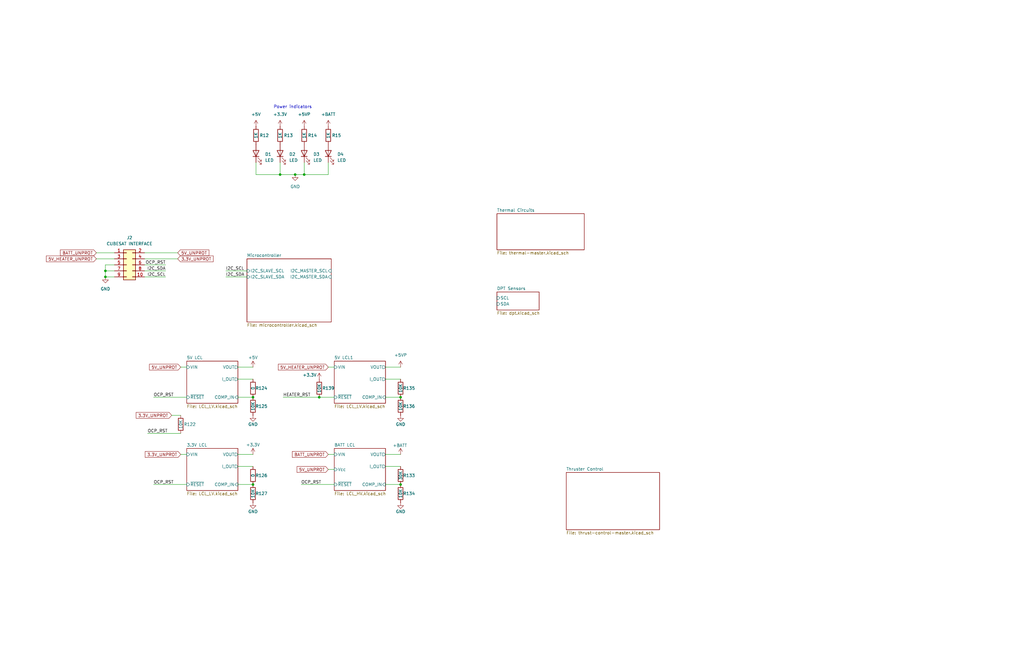
<source format=kicad_sch>
(kicad_sch (version 20231120) (generator "eeschema") (generator_version "8.0")
  (paper "USLedger")
  (lib_symbols
    (symbol "Connector_Generic:Conn_02x05_Odd_Even" (pin_names (offset 1.016) hide)
      (property "Reference" "J" (at 1.27 7.62 0))
      (property "Value" "Conn_02x05_Odd_Even" (at 1.27 -7.62 0))
      (symbol "Conn_02x05_Odd_Even_1_1"
        (rectangle (start -1.27 -4.953) (end 0 -5.207) (stroke (width 0.1524)))
        (rectangle (start -1.27 -2.413) (end 0 -2.667) (stroke (width 0.1524)))
        (rectangle (start -1.27 0.127) (end 0 -0.127) (stroke (width 0.1524)))
        (rectangle (start -1.27 2.667) (end 0 2.413) (stroke (width 0.1524)))
        (rectangle (start -1.27 5.207) (end 0 4.953) (stroke (width 0.1524)))
        (rectangle (start -1.27 6.35) (end 3.81 -6.35) (stroke (width 0.254)) (fill (type background)))
        (rectangle (start 3.81 -4.953) (end 2.54 -5.207) (stroke (width 0.1524)))
        (rectangle (start 3.81 -2.413) (end 2.54 -2.667) (stroke (width 0.1524)))
        (rectangle (start 3.81 0.127) (end 2.54 -0.127) (stroke (width 0.1524)))
        (rectangle (start 3.81 2.667) (end 2.54 2.413) (stroke (width 0.1524)))
        (rectangle (start 3.81 5.207) (end 2.54 4.953) (stroke (width 0.1524)))
        (pin passive line (at -5.08 5.08 0) (length 3.81) (name "Pin_1") (number "1"))
        (pin passive line (at 7.62 -5.08 180) (length 3.81) (name "Pin_10") (number "10"))
        (pin passive line (at 7.62 5.08 180) (length 3.81) (name "Pin_2") (number "2"))
        (pin passive line (at -5.08 2.54 0) (length 3.81) (name "Pin_3") (number "3"))
        (pin passive line (at 7.62 2.54 180) (length 3.81) (name "Pin_4") (number "4"))
        (pin passive line (at -5.08 0 0) (length 3.81) (name "Pin_5") (number "5"))
        (pin passive line (at 7.62 0 180) (length 3.81) (name "Pin_6") (number "6"))
        (pin passive line (at -5.08 -2.54 0) (length 3.81) (name "Pin_7") (number "7"))
        (pin passive line (at 7.62 -2.54 180) (length 3.81) (name "Pin_8") (number "8"))
        (pin passive line (at -5.08 -5.08 0) (length 3.81) (name "Pin_9") (number "9"))
      )
    )
    (symbol "Device:LED" (pin_numbers hide) (pin_names (offset 1.016) hide)
      (property "Reference" "D" (at 0 2.54 0))
      (property "Value" "LED" (at 0 -2.54 0))
      (symbol "LED_0_1"
        (polyline (pts (xy -1.27 -1.27) (xy -1.27 1.27)) (stroke (width 0.254)))
        (polyline (pts (xy -1.27 0) (xy 1.27 0)))
        (polyline (pts (xy 1.27 -1.27) (xy 1.27 1.27) (xy -1.27 0) (xy 1.27 -1.27)) (stroke (width 0.254)))
        (polyline (pts (xy -3.048 -0.762) (xy -4.572 -2.286) (xy -3.81 -2.286) (xy -4.572 -2.286) (xy -4.572 -1.524)))
        (polyline (pts (xy -1.778 -0.762) (xy -3.302 -2.286) (xy -2.54 -2.286) (xy -3.302 -2.286) (xy -3.302 -1.524)))
      )
      (symbol "LED_1_1"
        (pin passive line (at -3.81 0 0) (length 2.54) (name "K") (number "1"))
        (pin passive line (at 3.81 0 180) (length 2.54) (name "A") (number "2"))
      )
    )
    (symbol "Device:R" (pin_numbers hide) (pin_names (offset 0))
      (property "Reference" "R" (at 2.032 0 90))
      (property "Value" "R" (at 0 0 90))
      (symbol "R_0_1"
        (rectangle (start -1.016 -2.54) (end 1.016 2.54) (stroke (width 0.254)))
      )
      (symbol "R_1_1"
        (pin passive line (at 0 3.81 270) (length 1.27) (name "~") (number "1"))
        (pin passive line (at 0 -3.81 90) (length 1.27) (name "~") (number "2"))
      )
    )
    (symbol "power:+3.3V" (power) (pin_numbers hide) (pin_names (offset 0) hide)
      (property "Value" "+3.3V" (at 0 3.556 0))
      (symbol "+3.3V_0_1"
        (polyline (pts (xy -0.762 1.27) (xy 0 2.54)))
        (polyline (pts (xy 0 0) (xy 0 2.54)))
        (polyline (pts (xy 0 2.54) (xy 0.762 1.27)))
      )
      (symbol "+3.3V_1_1"
        (pin power_in line (at 0 0 90) (length 0) (name "~") (number "1"))
      )
    )
    (symbol "power:+5V" (power) (pin_numbers hide) (pin_names (offset 0) hide)
      (property "Value" "+5V" (at 0 3.556 0))
      (symbol "+5V_0_1"
        (polyline (pts (xy -0.762 1.27) (xy 0 2.54)))
        (polyline (pts (xy 0 0) (xy 0 2.54)))
        (polyline (pts (xy 0 2.54) (xy 0.762 1.27)))
      )
      (symbol "+5V_1_1"
        (pin power_in line (at 0 0 90) (length 0) (name "~") (number "1"))
      )
    )
    (symbol "power:+5VP" (power) (pin_numbers hide) (pin_names (offset 0) hide)
      (property "Value" "+5VP" (at 0 3.556 0))
      (symbol "+5VP_0_1"
        (polyline (pts (xy -0.762 1.27) (xy 0 2.54)))
        (polyline (pts (xy 0 0) (xy 0 2.54)))
        (polyline (pts (xy 0 2.54) (xy 0.762 1.27)))
      )
      (symbol "+5VP_1_1"
        (pin power_in line (at 0 0 90) (length 0) (name "~") (number "1"))
      )
    )
    (symbol "power:+BATT" (power) (pin_numbers hide) (pin_names (offset 0) hide)
      (property "Value" "+BATT" (at 0 3.556 0))
      (symbol "+BATT_0_1"
        (polyline (pts (xy -0.762 1.27) (xy 0 2.54)))
        (polyline (pts (xy 0 0) (xy 0 2.54)))
        (polyline (pts (xy 0 2.54) (xy 0.762 1.27)))
      )
      (symbol "+BATT_1_1"
        (pin power_in line (at 0 0 90) (length 0) (name "~") (number "1"))
      )
    )
    (symbol "power:GND" (power) (pin_numbers hide) (pin_names (offset 0) hide)
      (property "Value" "GND" (at 0 -3.81 0))
      (symbol "GND_0_1"
        (polyline (pts (xy 0 0) (xy 0 -1.27) (xy 1.27 -1.27) (xy 0 -2.54) (xy -1.27 -1.27) (xy 0 -1.27)))
      )
      (symbol "GND_1_1"
        (pin power_in line (at 0 0 270) (length 0) (name "~") (number "1"))
      )
    )
  )
  (junction (at 106.68 204.47))
  (junction (at 124.46 73.66))
  (junction (at 134.62 167.64))
  (junction (at 128.27 73.66))
  (junction (at 168.91 204.47))
  (junction (at 106.68 167.64))
  (junction (at 44.45 114.3))
  (junction (at 168.91 167.64))
  (junction (at 44.45 116.84))
  (junction (at 118.11 73.66))
  (wire (pts (xy 44.45 114.3) (xy 48.26 114.3)))
  (wire (pts (xy 119.38 167.64) (xy 134.62 167.64)))
  (wire (pts (xy 162.56 204.47) (xy 168.91 204.47)))
  (wire (pts (xy 134.62 167.64) (xy 140.97 167.64)))
  (wire (pts (xy 62.23 182.88) (xy 76.2 182.88)))
  (wire (pts (xy 64.77 204.47) (xy 78.74 204.47)))
  (wire (pts (xy 40.64 109.22) (xy 48.26 109.22)))
  (wire (pts (xy 127 204.47) (xy 140.97 204.47)))
  (wire (pts (xy 162.56 154.94) (xy 168.91 154.94)))
  (wire (pts (xy 138.43 198.12) (xy 140.97 198.12)))
  (wire (pts (xy 100.33 204.47) (xy 106.68 204.47)))
  (wire (pts (xy 100.33 191.77) (xy 106.68 191.77)))
  (wire (pts (xy 60.96 116.84) (xy 69.85 116.84)))
  (wire (pts (xy 128.27 73.66) (xy 138.43 73.66)))
  (wire (pts (xy 162.56 191.77) (xy 168.91 191.77)))
  (wire (pts (xy 100.33 167.64) (xy 106.68 167.64)))
  (wire (pts (xy 72.39 175.26) (xy 76.2 175.26)))
  (wire (pts (xy 60.96 111.76) (xy 69.85 111.76)))
  (wire (pts (xy 60.96 109.22) (xy 74.93 109.22)))
  (wire (pts (xy 107.95 73.66) (xy 107.95 68.58)))
  (wire (pts (xy 162.56 167.64) (xy 168.91 167.64)))
  (wire (pts (xy 48.26 111.76) (xy 44.45 111.76)))
  (wire (pts (xy 118.11 73.66) (xy 124.46 73.66)))
  (wire (pts (xy 124.46 73.66) (xy 128.27 73.66)))
  (wire (pts (xy 104.14 114.3) (xy 95.25 114.3)))
  (wire (pts (xy 44.45 111.76) (xy 44.45 114.3)))
  (wire (pts (xy 104.14 116.84) (xy 95.25 116.84)))
  (wire (pts (xy 138.43 73.66) (xy 138.43 68.58)))
  (wire (pts (xy 40.64 106.68) (xy 48.26 106.68)))
  (wire (pts (xy 138.43 191.77) (xy 140.97 191.77)))
  (wire (pts (xy 44.45 114.3) (xy 44.45 116.84)))
  (wire (pts (xy 138.43 154.94) (xy 140.97 154.94)))
  (wire (pts (xy 60.96 106.68) (xy 74.93 106.68)))
  (wire (pts (xy 64.77 167.64) (xy 78.74 167.64)))
  (wire (pts (xy 100.33 196.85) (xy 106.68 196.85)))
  (wire (pts (xy 162.56 196.85) (xy 168.91 196.85)))
  (wire (pts (xy 76.2 191.77) (xy 78.74 191.77)))
  (wire (pts (xy 76.2 154.94) (xy 78.74 154.94)))
  (wire (pts (xy 107.95 73.66) (xy 118.11 73.66)))
  (wire (pts (xy 162.56 160.02) (xy 168.91 160.02)))
  (wire (pts (xy 100.33 160.02) (xy 106.68 160.02)))
  (wire (pts (xy 100.33 154.94) (xy 106.68 154.94)))
  (wire (pts (xy 44.45 116.84) (xy 48.26 116.84)))
  (wire (pts (xy 60.96 114.3) (xy 69.85 114.3)))
  (wire (pts (xy 128.27 73.66) (xy 128.27 68.58)))
  (wire (pts (xy 118.11 73.66) (xy 118.11 68.58)))
  (text "Power indicators" (at 123.444 45.212 0) (effects (font (size 1.27 1.27))))
  (label "I2C_SCL" (at 69.85 116.84 180))
  (label "HEATER_RST" (at 119.38 167.64 0))
  (label "I2C_SCL" (at 95.25 114.3 0))
  (label "I2C_SDA" (at 69.85 114.3 180))
  (label "I2C_SDA" (at 95.25 116.84 0))
  (label "OCP_RST" (at 69.85 111.76 180))
  (label "OCP_RST" (at 64.77 167.64 0))
  (label "OCP_RST" (at 127 204.47 0))
  (label "OCP_RST" (at 62.23 182.88 0))
  (label "OCP_RST" (at 64.77 204.47 0))
  (global_label "BATT_UNPROT" (shape input) (at 40.64 106.68 180) (property "Intersheetrefs" "${INTERSHEET_REFS}" (effects (hide yes))))
  (global_label "5V_UNPROT" (shape input) (at 74.93 106.68 0) (property "Intersheetrefs" "${INTERSHEET_REFS}" (effects (hide yes))))
  (global_label "5V_HEATER_UNPROT" (shape input) (at 40.64 109.22 180) (property "Intersheetrefs" "${INTERSHEET_REFS}" (effects (hide yes))))
  (global_label "5V_UNPROT" (shape input) (at 76.2 154.94 180) (property "Intersheetrefs" "${INTERSHEET_REFS}" (effects (hide yes))))
  (global_label "BATT_UNPROT" (shape input) (at 138.43 191.77 180) (property "Intersheetrefs" "${INTERSHEET_REFS}" (effects (hide yes))))
  (global_label "3.3V_UNPROT" (shape input) (at 76.2 191.77 180) (property "Intersheetrefs" "${INTERSHEET_REFS}" (effects (hide yes))))
  (global_label "3.3V_UNPROT" (shape input) (at 72.39 175.26 180) (property "Intersheetrefs" "${INTERSHEET_REFS}" (effects (hide yes))))
  (global_label "3.3V_UNPROT" (shape input) (at 74.93 109.22 0) (property "Intersheetrefs" "${INTERSHEET_REFS}" (effects (hide yes))))
  (global_label "5V_UNPROT" (shape input) (at 138.43 198.12 180) (property "Intersheetrefs" "${INTERSHEET_REFS}" (effects (hide yes))))
  (global_label "5V_HEATER_UNPROT" (shape input) (at 138.43 154.94 180) (property "Intersheetrefs" "${INTERSHEET_REFS}" (effects (hide yes))))
  (symbol (lib_id "Device:R") (at 106.68 200.66 0) (unit 1)
    (property "Reference" "R126" (at 107.696 200.66 0) (effects (justify left)))
    (property "Value" "0" (at 106.68 200.66 90))
    (property "Description" "Resistor" (effects (hide yes)))
  )
  (symbol (lib_id "Device:R") (at 76.2 179.07 0) (unit 1)
    (property "Reference" "R122" (at 77.47 179.07 0) (effects (justify left)))
    (property "Value" "10K" (at 76.2 179.07 90))
    (property "Description" "Resistor" (effects (hide yes)))
  )
  (symbol (lib_id "power:GND") (at 44.45 116.84 0) (unit 1)
    (property "Reference" "#PWR0191" (effects (hide yes)))
    (property "Value" "GND" (at 44.45 121.92 0))
    (property "Description" "Power symbol creates a global label with name \"GND\" , ground" (effects (hide yes)))
  )
  (symbol (lib_id "Device:R") (at 168.91 171.45 0) (unit 1)
    (property "Reference" "R136" (at 169.926 171.45 0) (effects (justify left)))
    (property "Value" "10K" (at 168.91 171.45 90))
    (property "Description" "Resistor" (effects (hide yes)))
  )
  (symbol (lib_id "power:+BATT") (at 138.43 53.34 0) (unit 1)
    (property "Reference" "#PWR033" (effects (hide yes)))
    (property "Value" "+BATT" (at 138.43 48.26 0))
    (property "Description" "Power symbol creates a global label with name \"+BATT\"" (effects (hide yes)))
  )
  (symbol (lib_id "power:+5V") (at 107.95 53.34 0) (unit 1)
    (property "Reference" "#PWR030" (effects (hide yes)))
    (property "Value" "+5V" (at 107.95 48.26 0))
    (property "Description" "Power symbol creates a global label with name \"+5V\"" (effects (hide yes)))
  )
  (symbol (lib_id "power:GND") (at 168.91 212.09 0) (unit 1)
    (property "Reference" "#PWR0196" (effects (hide yes)))
    (property "Value" "GND" (at 168.91 215.9 0))
    (property "Description" "Power symbol creates a global label with name \"GND\" , ground" (effects (hide yes)))
  )
  (symbol (lib_id "power:+3.3V") (at 118.11 53.34 0) (unit 1)
    (property "Reference" "#PWR031" (effects (hide yes)))
    (property "Value" "+3.3V" (at 118.11 48.26 0))
    (property "Description" "Power symbol creates a global label with name \"+3.3V\"" (effects (hide yes)))
  )
  (symbol (lib_id "power:+BATT") (at 168.91 191.77 0) (unit 1)
    (property "Reference" "#PWR0197" (effects (hide yes)))
    (property "Value" "+BATT" (at 168.656 187.96 0))
    (property "Description" "Power symbol creates a global label with name \"+BATT\"" (effects (hide yes)))
  )
  (symbol (lib_id "Connector_Generic:Conn_02x05_Odd_Even") (at 53.34 111.76 0) (unit 1)
    (property "Reference" "J2" (at 54.61 100.33 0))
    (property "Value" "CUBESAT INTERFACE" (at 54.61 102.87 0))
    (property "Description" "Generic connector, double row, 02x05, odd/even pin numbering scheme (row 1 odd numbers, row 2 even numbers), script generated (kicad-library-utils/schlib/autogen/connector/)" (effects (hide yes)))
  )
  (symbol (lib_id "Device:LED") (at 128.27 64.77 90) (unit 1)
    (property "Reference" "D3" (at 132.08 65.0874 90) (effects (justify right)))
    (property "Value" "LED" (at 132.08 67.6274 90) (effects (justify right)))
    (property "Description" "Light emitting diode" (effects (hide yes)))
  )
  (symbol (lib_id "Device:LED") (at 107.95 64.77 90) (unit 1)
    (property "Reference" "D1" (at 111.76 65.0874 90) (effects (justify right)))
    (property "Value" "LED" (at 111.76 67.6274 90) (effects (justify right)))
    (property "Description" "Light emitting diode" (effects (hide yes)))
  )
  (symbol (lib_id "Device:R") (at 168.91 200.66 0) (unit 1)
    (property "Reference" "R133" (at 169.926 200.66 0) (effects (justify left)))
    (property "Value" "30K" (at 168.91 200.66 90))
    (property "Description" "Resistor" (effects (hide yes)))
  )
  (symbol (lib_id "Device:R") (at 168.91 208.28 0) (unit 1)
    (property "Reference" "R134" (at 169.926 208.28 0) (effects (justify left)))
    (property "Value" "10K" (at 168.91 208.28 90))
    (property "Description" "Resistor" (effects (hide yes)))
  )
  (symbol (lib_id "Device:R") (at 128.27 57.15 0) (unit 1)
    (property "Reference" "R14" (at 129.794 57.15 0) (effects (justify left)))
    (property "Value" "1K" (at 128.27 57.15 90))
    (property "Description" "Resistor" (effects (hide yes)))
  )
  (symbol (lib_id "Device:R") (at 168.91 163.83 0) (unit 1)
    (property "Reference" "R135" (at 169.926 163.83 0) (effects (justify left)))
    (property "Value" "10K" (at 168.91 163.83 90))
    (property "Description" "Resistor" (effects (hide yes)))
  )
  (symbol (lib_id "Device:R") (at 138.43 57.15 0) (unit 1)
    (property "Reference" "R15" (at 139.954 57.15 0) (effects (justify left)))
    (property "Value" "1K" (at 138.43 57.15 90))
    (property "Description" "Resistor" (effects (hide yes)))
  )
  (symbol (lib_id "Device:R") (at 118.11 57.15 0) (unit 1)
    (property "Reference" "R13" (at 119.634 57.15 0) (effects (justify left)))
    (property "Value" "1K" (at 118.11 57.15 90))
    (property "Description" "Resistor" (effects (hide yes)))
  )
  (symbol (lib_id "Device:LED") (at 118.11 64.77 90) (unit 1)
    (property "Reference" "D2" (at 121.92 65.0874 90) (effects (justify right)))
    (property "Value" "LED" (at 121.92 67.6274 90) (effects (justify right)))
    (property "Description" "Light emitting diode" (effects (hide yes)))
  )
  (symbol (lib_id "power:GND") (at 168.91 175.26 0) (unit 1)
    (property "Reference" "#PWR0199" (effects (hide yes)))
    (property "Value" "GND" (at 168.91 179.07 0))
    (property "Description" "Power symbol creates a global label with name \"GND\" , ground" (effects (hide yes)))
  )
  (symbol (lib_id "power:GND") (at 106.68 175.26 0) (unit 1)
    (property "Reference" "#PWR0185" (effects (hide yes)))
    (property "Value" "GND" (at 106.68 179.07 0))
    (property "Description" "Power symbol creates a global label with name \"GND\" , ground" (effects (hide yes)))
  )
  (symbol (lib_id "Device:R") (at 107.95 57.15 0) (unit 1)
    (property "Reference" "R12" (at 109.474 57.15 0) (effects (justify left)))
    (property "Value" "1K" (at 107.95 57.15 90))
    (property "Description" "Resistor" (effects (hide yes)))
  )
  (symbol (lib_id "Device:LED") (at 138.43 64.77 90) (unit 1)
    (property "Reference" "D4" (at 142.24 65.0874 90) (effects (justify right)))
    (property "Value" "LED" (at 142.24 67.6274 90) (effects (justify right)))
    (property "Description" "Light emitting diode" (effects (hide yes)))
  )
  (symbol (lib_id "power:+5VP") (at 168.91 154.94 0) (unit 1)
    (property "Reference" "#PWR0198" (effects (hide yes)))
    (property "Value" "+5VP" (at 168.91 149.86 0))
    (property "Description" "Power symbol creates a global label with name \"+5VP\"" (effects (hide yes)))
  )
  (symbol (lib_id "Device:R") (at 106.68 163.83 0) (unit 1)
    (property "Reference" "R124" (at 107.696 163.83 0) (effects (justify left)))
    (property "Value" "0" (at 106.68 163.83 90))
    (property "Description" "Resistor" (effects (hide yes)))
  )
  (symbol (lib_id "Device:R") (at 134.62 163.83 0) (unit 1)
    (property "Reference" "R139" (at 135.89 163.83 0) (effects (justify left)))
    (property "Value" "10K" (at 134.62 163.83 90))
    (property "Description" "Resistor" (effects (hide yes)))
  )
  (symbol (lib_id "power:+5VP") (at 128.27 53.34 0) (unit 1)
    (property "Reference" "#PWR032" (effects (hide yes)))
    (property "Value" "+5VP" (at 128.27 48.26 0))
    (property "Description" "Power symbol creates a global label with name \"+5VP\"" (effects (hide yes)))
  )
  (symbol (lib_id "power:GND") (at 106.68 212.09 0) (unit 1)
    (property "Reference" "#PWR0190" (effects (hide yes)))
    (property "Value" "GND" (at 106.68 215.9 0))
    (property "Description" "Power symbol creates a global label with name \"GND\" , ground" (effects (hide yes)))
  )
  (symbol (lib_id "Device:R") (at 106.68 208.28 0) (unit 1)
    (property "Reference" "R127" (at 107.696 208.28 0) (effects (justify left)))
    (property "Value" "10K" (at 106.68 208.28 90))
    (property "Description" "Resistor" (effects (hide yes)))
  )
  (symbol (lib_id "power:+3.3V") (at 106.68 191.77 0) (unit 1)
    (property "Reference" "#PWR0187" (effects (hide yes)))
    (property "Value" "+3.3V" (at 106.68 187.706 0))
    (property "Description" "Power symbol creates a global label with name \"+3.3V\"" (effects (hide yes)))
  )
  (symbol (lib_id "Device:R") (at 106.68 171.45 0) (unit 1)
    (property "Reference" "R125" (at 107.696 171.45 0) (effects (justify left)))
    (property "Value" "10K" (at 106.68 171.45 90))
    (property "Description" "Resistor" (effects (hide yes)))
  )
  (symbol (lib_id "power:+3.3V") (at 134.62 160.02 0) (unit 1)
    (property "Reference" "#PWR0202" (effects (hide yes)))
    (property "Value" "+3.3V" (at 130.556 158.242 0))
    (property "Description" "Power symbol creates a global label with name \"+3.3V\"" (effects (hide yes)))
  )
  (symbol (lib_id "power:GND") (at 124.46 73.66 0) (unit 1)
    (property "Reference" "#PWR034" (effects (hide yes)))
    (property "Value" "GND" (at 124.46 78.74 0))
    (property "Description" "Power symbol creates a global label with name \"GND\" , ground" (effects (hide yes)))
  )
  (symbol (lib_id "power:+5V") (at 106.68 154.94 0) (unit 1)
    (property "Reference" "#PWR0186" (effects (hide yes)))
    (property "Value" "+5V" (at 106.68 150.876 0))
    (property "Description" "Power symbol creates a global label with name \"+5V\"" (effects (hide yes)))
  )
  (sheet (at 104.14 109.22) (size 35.56 26.67) (stroke (width 0.1524))
    (property "Sheetname" "Microcontroller" (at 104.14 108.5084 0) (effects (justify left bottom)))
    (property "Sheetfile" "microcontroller.kicad_sch" (at 104.14 136.4746 0) (effects (justify left top)))
    (pin "I2C_MASTER_SDA" input (at 139.7 116.84 0))
    (pin "I2C_MASTER_SCL" input (at 139.7 114.3 0))
    (pin "I2C_SLAVE_SCL" input (at 104.14 114.3 180))
    (pin "I2C_SLAVE_SDA" input (at 104.14 116.84 180))
  )
  (sheet (at 78.74 152.4) (size 21.59 17.78) (stroke (width 0.1524))
    (property "Sheetname" "5V LCL" (at 78.74 151.6884 0) (effects (justify left bottom)))
    (property "Sheetfile" "LCL_LV.kicad_sch" (at 78.74 170.7646 0) (effects (justify left top)))
    (pin "~{RESET}" input (at 78.74 167.64 180))
    (pin "VIN" input (at 78.74 154.94 180))
    (pin "COMP_IN" input (at 100.33 167.64 0))
    (pin "I_OUT" output (at 100.33 160.02 0))
    (pin "VOUT" output (at 100.33 154.94 0))
  )
  (sheet (at 209.55 90.17) (size 36.83 15.24) (stroke (width 0.1524))
    (property "Sheetname" "Thermal Circuits" (at 209.55 89.4584 0) (effects (justify left bottom)))
    (property "Sheetfile" "thermal-master.kicad_sch" (at 209.55 105.9946 0) (effects (justify left top)))
  )
  (sheet (at 209.55 123.19) (size 17.78 7.62) (stroke (width 0.1524))
    (property "Sheetname" "DPT Sensors" (at 209.55 122.4784 0) (effects (justify left bottom)))
    (property "Sheetfile" "dpt.kicad_sch" (at 209.55 131.3946 0) (effects (justify left top)))
    (pin "SCL" input (at 209.55 125.73 180))
    (pin "SDA" input (at 209.55 128.27 180))
  )
  (sheet (at 238.76 199.39) (size 39.37 24.13) (stroke (width 0.1524))
    (property "Sheetname" "Thruster Control" (at 238.76 198.6784 0) (effects (justify left bottom)))
    (property "Sheetfile" "thrust-control-master.kicad_sch" (at 238.76 224.1046 0) (effects (justify left top)))
  )
  (sheet (at 140.97 189.23) (size 21.59 17.78) (stroke (width 0.1524))
    (property "Sheetname" "BATT LCL" (at 140.97 188.5184 0) (effects (justify left bottom)))
    (property "Sheetfile" "LCL_HV.kicad_sch" (at 140.97 207.5946 0) (effects (justify left top)))
    (pin "COMP_IN" input (at 162.56 204.47 0))
    (pin "~{RESET}" input (at 140.97 204.47 180))
    (pin "VIN" input (at 140.97 191.77 180))
    (pin "VOUT" output (at 162.56 191.77 0))
    (pin "I_OUT" output (at 162.56 196.85 0))
    (pin "Vcc" input (at 140.97 198.12 180))
  )
  (sheet (at 140.97 152.4) (size 21.59 17.78) (stroke (width 0.1524))
    (property "Sheetname" "5V LCL1" (at 140.97 151.6884 0) (effects (justify left bottom)))
    (property "Sheetfile" "LCL_LV.kicad_sch" (at 140.97 170.7646 0) (effects (justify left top)))
    (pin "~{RESET}" input (at 140.97 167.64 180))
    (pin "VIN" input (at 140.97 154.94 180))
    (pin "COMP_IN" input (at 162.56 167.64 0))
    (pin "I_OUT" output (at 162.56 160.02 0))
    (pin "VOUT" output (at 162.56 154.94 0))
  )
  (sheet (at 78.74 189.23) (size 21.59 17.78) (stroke (width 0.1524))
    (property "Sheetname" "3.3V LCL" (at 78.74 188.5184 0) (effects (justify left bottom)))
    (property "Sheetfile" "LCL_LV.kicad_sch" (at 78.74 207.5946 0) (effects (justify left top)))
    (pin "~{RESET}" input (at 78.74 204.47 180))
    (pin "VIN" input (at 78.74 191.77 180))
    (pin "COMP_IN" input (at 100.33 204.47 0))
    (pin "I_OUT" output (at 100.33 196.85 0))
    (pin "VOUT" output (at 100.33 191.77 0))
  )
)
</source>
